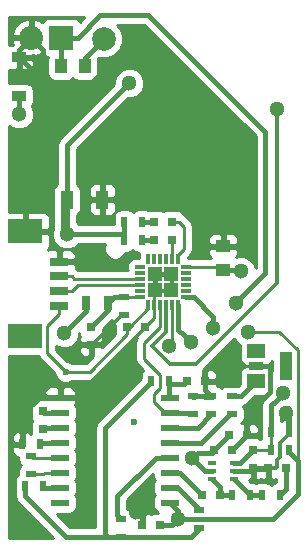
<source format=gbr>
G04 #@! TF.FileFunction,Copper,L2,Bot,Signal*
%FSLAX46Y46*%
G04 Gerber Fmt 4.6, Leading zero omitted, Abs format (unit mm)*
G04 Created by KiCad (PCBNEW (2015-09-15 BZR 6201)-product) date Mittwoch, 11. Mai 2016 'u18' 17:18:36*
%MOMM*%
G01*
G04 APERTURE LIST*
%ADD10C,0.100000*%
%ADD11R,0.750000X0.800000*%
%ADD12R,0.800000X0.750000*%
%ADD13R,1.000000X1.250000*%
%ADD14R,1.250000X1.000000*%
%ADD15R,1.220000X0.910000*%
%ADD16R,0.500000X0.900000*%
%ADD17R,0.900000X0.500000*%
%ADD18R,0.700000X1.300000*%
%ADD19R,1.500000X1.200000*%
%ADD20R,1.100000X2.400000*%
%ADD21R,1.200000X0.800000*%
%ADD22R,0.749300X0.398780*%
%ADD23R,1.500000X0.600000*%
%ADD24R,0.850000X0.300000*%
%ADD25R,0.300000X0.850000*%
%ADD26R,1.300000X1.300000*%
%ADD27R,2.032000X2.032000*%
%ADD28O,2.032000X2.032000*%
%ADD29R,1.600000X0.800000*%
%ADD30R,3.000000X2.100000*%
%ADD31R,0.797560X0.797560*%
%ADD32R,1.000000X1.600000*%
%ADD33C,1.300000*%
%ADD34C,2.000000*%
%ADD35C,0.600000*%
%ADD36C,0.400000*%
%ADD37C,0.300000*%
%ADD38C,0.250000*%
%ADD39C,0.254000*%
G04 APERTURE END LIST*
D10*
D11*
X148336000Y-91464000D03*
X148336000Y-92964000D03*
D12*
X151130000Y-92964000D03*
X149630000Y-92964000D03*
X146316000Y-90170000D03*
X147816000Y-90170000D03*
X146546000Y-91440000D03*
X145046000Y-91440000D03*
X142748000Y-85598000D03*
X144248000Y-85598000D03*
X144042000Y-95250000D03*
X145542000Y-95250000D03*
D13*
X132080000Y-58928000D03*
X134080000Y-58928000D03*
D11*
X130556000Y-89650000D03*
X130556000Y-88150000D03*
D12*
X137692000Y-81026000D03*
X139192000Y-81026000D03*
X140450000Y-97790000D03*
X138950000Y-97790000D03*
D14*
X145796000Y-76184000D03*
X145796000Y-74184000D03*
D15*
X128524000Y-61468000D03*
X128524000Y-58198000D03*
D16*
X130556000Y-94488000D03*
X129056000Y-94488000D03*
D17*
X137160000Y-98794000D03*
X137160000Y-97294000D03*
X143764000Y-98032000D03*
X143764000Y-96532000D03*
D16*
X151384000Y-91440000D03*
X149884000Y-91440000D03*
X149872000Y-89916000D03*
X151372000Y-89916000D03*
X150610000Y-95250000D03*
X149110000Y-95250000D03*
X139712000Y-85598000D03*
X141212000Y-85598000D03*
X146570000Y-95250000D03*
X148070000Y-95250000D03*
X128790000Y-90932000D03*
X130290000Y-90932000D03*
D17*
X144780000Y-88380000D03*
X144780000Y-86880000D03*
X146558000Y-88380000D03*
X146558000Y-86880000D03*
X143256000Y-86868000D03*
X143256000Y-88368000D03*
D18*
X134178000Y-78994000D03*
X136078000Y-78994000D03*
D17*
X137414000Y-78510000D03*
X137414000Y-80010000D03*
D16*
X137414000Y-73660000D03*
X138914000Y-73660000D03*
X137438000Y-72136000D03*
X138938000Y-72136000D03*
D19*
X148590000Y-85598000D03*
X148590000Y-83058000D03*
D20*
X151130000Y-84328000D03*
D21*
X148590000Y-84328000D03*
D22*
X146745960Y-92567760D03*
X146745960Y-93218000D03*
X146745960Y-93868240D03*
X144846040Y-93868240D03*
X144846040Y-93218000D03*
X144846040Y-92567760D03*
D23*
X132002000Y-95885000D03*
X132002000Y-94615000D03*
X132002000Y-93345000D03*
X132002000Y-92075000D03*
X132002000Y-90805000D03*
X132002000Y-89535000D03*
X132002000Y-88265000D03*
X132002000Y-86995000D03*
X141302000Y-86995000D03*
X141302000Y-88265000D03*
X141302000Y-89535000D03*
X141302000Y-90805000D03*
X141302000Y-92075000D03*
X141302000Y-93345000D03*
X141302000Y-94615000D03*
X141302000Y-95885000D03*
D24*
X138766000Y-78466000D03*
X138766000Y-77966000D03*
X138766000Y-77466000D03*
X138766000Y-76966000D03*
X138766000Y-76466000D03*
X138766000Y-75966000D03*
D25*
X139466000Y-75266000D03*
X139966000Y-75266000D03*
X140466000Y-75266000D03*
X140966000Y-75266000D03*
X141466000Y-75266000D03*
X141966000Y-75266000D03*
D24*
X142666000Y-75966000D03*
X142666000Y-76466000D03*
X142666000Y-76966000D03*
X142666000Y-77466000D03*
X142666000Y-77966000D03*
X142666000Y-78466000D03*
D25*
X141966000Y-79166000D03*
X141466000Y-79166000D03*
X140966000Y-79166000D03*
X140466000Y-79166000D03*
X139966000Y-79166000D03*
X139466000Y-79166000D03*
D26*
X141366000Y-76566000D03*
X141366000Y-77866000D03*
X140066000Y-76566000D03*
X140066000Y-77866000D03*
D27*
X132080000Y-56515000D03*
D28*
X129540000Y-56515000D03*
D29*
X131932000Y-79238000D03*
X131932000Y-77988000D03*
X131932000Y-76738000D03*
X131932000Y-75488000D03*
D30*
X129032000Y-81788000D03*
X129032000Y-72938000D03*
D31*
X139954000Y-72136000D03*
X141452600Y-72136000D03*
X139954000Y-73660000D03*
X141452600Y-73660000D03*
D17*
X129540000Y-91972000D03*
X129540000Y-93472000D03*
D32*
X132588000Y-70231000D03*
X135588000Y-70231000D03*
D11*
X134620000Y-81038000D03*
X134620000Y-82538000D03*
D33*
X139193882Y-67992341D03*
X144023271Y-66050086D03*
X138430000Y-96647000D03*
X146177000Y-84201000D03*
X151130000Y-88265000D03*
X147193000Y-69215000D03*
X128270000Y-97028000D03*
X130429000Y-84963000D03*
X128778000Y-88392000D03*
X137847863Y-57086563D03*
X150888269Y-86626802D03*
D34*
X135696725Y-56611311D03*
D33*
X147867074Y-81432959D03*
D35*
X132461000Y-84836000D03*
X138264640Y-89048000D03*
D33*
X143190499Y-92128613D03*
X132588000Y-73152000D03*
X141986000Y-97282000D03*
X137848692Y-60382392D03*
X128524000Y-62992000D03*
X146858742Y-78956366D03*
X132334000Y-81534000D03*
X147293477Y-76317115D03*
X150393651Y-62538607D03*
X144956876Y-81083671D03*
X143051642Y-82308440D03*
X141240266Y-82618962D03*
D36*
X129540000Y-56515000D02*
X130555999Y-57530999D01*
X130555999Y-57530999D02*
X130555999Y-58927999D01*
X128524000Y-58198000D02*
X128524000Y-57531000D01*
X128524000Y-57531000D02*
X129540000Y-56515000D01*
X140113120Y-67992341D02*
X139193882Y-67992341D01*
X142081016Y-67992341D02*
X140113120Y-67992341D01*
X144023271Y-66050086D02*
X142081016Y-67992341D01*
D37*
X149630000Y-92964000D02*
X150280000Y-92964000D01*
X150404999Y-92292001D02*
X150641425Y-92055575D01*
X150641425Y-90846575D02*
X151372000Y-90116000D01*
X150404999Y-92839001D02*
X150404999Y-92292001D01*
X150641425Y-92055575D02*
X150641425Y-90846575D01*
X150280000Y-92964000D02*
X150404999Y-92839001D01*
D38*
X151372000Y-90116000D02*
X151372000Y-89916000D01*
D36*
X138950000Y-97790000D02*
X138950000Y-97167000D01*
X138950000Y-97167000D02*
X138430000Y-96647000D01*
X145288000Y-85598000D02*
X146177000Y-84709000D01*
X146177000Y-84709000D02*
X146177000Y-84201000D01*
X144273000Y-85598000D02*
X145288000Y-85598000D01*
X144248000Y-85598000D02*
X144273000Y-85598000D01*
X151372000Y-89916000D02*
X151372000Y-88507000D01*
X151372000Y-88507000D02*
X151130000Y-88265000D01*
X149740001Y-84478001D02*
X149740001Y-86518001D01*
X147816000Y-89395000D02*
X147816000Y-90170000D01*
X148590000Y-84328000D02*
X149590000Y-84328000D01*
X149590000Y-84328000D02*
X149740001Y-84478001D01*
X149740001Y-86518001D02*
X147816000Y-88442002D01*
X147816000Y-88442002D02*
X147816000Y-89395000D01*
X144248000Y-85598000D02*
X144248000Y-86348000D01*
X144248000Y-86348000D02*
X144780000Y-86880000D01*
D38*
X133002000Y-86995000D02*
X132002000Y-86995000D01*
X139167000Y-81026000D02*
X133198000Y-86995000D01*
X133198000Y-86995000D02*
X133002000Y-86995000D01*
X139192000Y-81026000D02*
X139167000Y-81026000D01*
D36*
X146745960Y-93218000D02*
X148082000Y-93218000D01*
X148082000Y-93218000D02*
X148336000Y-92964000D01*
D38*
X137414000Y-80010000D02*
X137123000Y-80010000D01*
X134620000Y-82513000D02*
X134620000Y-82538000D01*
X137123000Y-80010000D02*
X134620000Y-82513000D01*
X139966000Y-79166000D02*
X139966000Y-80252000D01*
X139966000Y-80252000D02*
X139192000Y-81026000D01*
X139966000Y-79166000D02*
X139966000Y-77966000D01*
X139966000Y-77966000D02*
X140066000Y-77866000D01*
D36*
X147193000Y-69215000D02*
X147193000Y-66548000D01*
X147193000Y-66548000D02*
X146939000Y-66294000D01*
X128778000Y-88392000D02*
X127786013Y-89383987D01*
X127786013Y-89383987D02*
X127786013Y-96544013D01*
X127786013Y-96544013D02*
X128270000Y-97028000D01*
X128778000Y-88392000D02*
X130429000Y-86741000D01*
X130429000Y-86741000D02*
X130429000Y-84963000D01*
X146546000Y-91440000D02*
X147816000Y-90170000D01*
X128524000Y-58198000D02*
X131005943Y-60679943D01*
X131005943Y-60679943D02*
X134254483Y-60679943D01*
X134254483Y-60679943D02*
X137397864Y-57536562D01*
X137397864Y-57536562D02*
X137847863Y-57086563D01*
X149872000Y-89916000D02*
X149872000Y-87643071D01*
X150238270Y-87276801D02*
X150888269Y-86626802D01*
X149872000Y-87643071D02*
X150238270Y-87276801D01*
D38*
X148336000Y-91464000D02*
X149860000Y-91464000D01*
X149860000Y-91464000D02*
X149884000Y-91440000D01*
X149884000Y-91440000D02*
X149884000Y-89928000D01*
X149884000Y-89928000D02*
X149872000Y-89916000D01*
D36*
X146745960Y-92567760D02*
X147208240Y-92567760D01*
X147208240Y-92567760D02*
X148336000Y-91440000D01*
D38*
X148336000Y-91440000D02*
X148193760Y-91297760D01*
D36*
X134080000Y-58928000D02*
X134080000Y-58228036D01*
X134080000Y-58228036D02*
X135696725Y-56611311D01*
X151130000Y-92964000D02*
X151130000Y-94730000D01*
X151130000Y-94730000D02*
X150610000Y-95250000D01*
D38*
X150717963Y-95089795D02*
X150603857Y-95203901D01*
D36*
X132207000Y-71120000D02*
X132207000Y-72771000D01*
X132207000Y-72771000D02*
X132588000Y-73152000D01*
X132588000Y-70739000D02*
X132207000Y-71120000D01*
X132588000Y-70231000D02*
X132588000Y-70739000D01*
D38*
X148786312Y-81432959D02*
X147867074Y-81432959D01*
X150569961Y-81432959D02*
X148786312Y-81432959D01*
X152146000Y-83008998D02*
X150569961Y-81432959D01*
X152146000Y-92402000D02*
X152146000Y-83008998D01*
X131976927Y-84351927D02*
X130882000Y-83257000D01*
X131976927Y-84351927D02*
X132461000Y-84836000D01*
X134507000Y-84836000D02*
X132461000Y-84836000D01*
X130882000Y-83257000D02*
X130882000Y-80938000D01*
X130882000Y-80938000D02*
X131932000Y-79888000D01*
X131932000Y-79888000D02*
X131932000Y-79238000D01*
X137692000Y-81026000D02*
X137692000Y-81651000D01*
X137692000Y-81651000D02*
X134507000Y-84836000D01*
X139466000Y-79166000D02*
X139466000Y-79441000D01*
X139466000Y-79441000D02*
X137881000Y-81026000D01*
X137881000Y-81026000D02*
X137692000Y-81026000D01*
D36*
X152146000Y-95134002D02*
X152146000Y-92402000D01*
X152146000Y-92402000D02*
X151384000Y-91640000D01*
X151384000Y-91640000D02*
X151384000Y-91440000D01*
X141986000Y-97282000D02*
X149998002Y-97282000D01*
X149998002Y-97282000D02*
X152146000Y-95134002D01*
X140450000Y-97790000D02*
X141478000Y-97790000D01*
X141478000Y-97790000D02*
X141986000Y-97282000D01*
X145046000Y-91440000D02*
X146316000Y-90170000D01*
X143190499Y-92128613D02*
X143665175Y-91653937D01*
X143665175Y-91653937D02*
X144832063Y-91653937D01*
X144832063Y-91653937D02*
X145046000Y-91440000D01*
X144846040Y-93218000D02*
X144279886Y-93218000D01*
X144279886Y-93218000D02*
X143190499Y-92128613D01*
X132588000Y-73152000D02*
X132588000Y-65643084D01*
X132588000Y-65643084D02*
X137398693Y-60832391D01*
X137398693Y-60832391D02*
X137848692Y-60382392D01*
X137252930Y-73152000D02*
X132588000Y-73152000D01*
X137438000Y-72966930D02*
X137252930Y-73152000D01*
X137438000Y-72966930D02*
X137438000Y-73636000D01*
X137438000Y-72136000D02*
X137438000Y-72966930D01*
X137438000Y-73636000D02*
X137414000Y-73660000D01*
X141986000Y-97282000D02*
X141986000Y-96569000D01*
X141986000Y-96569000D02*
X141302000Y-95885000D01*
X141224000Y-85828000D02*
X142518000Y-85828000D01*
X142518000Y-85828000D02*
X142748000Y-85598000D01*
X141224000Y-85828000D02*
X141224000Y-86917000D01*
X141224000Y-86917000D02*
X141302000Y-86995000D01*
X128524000Y-62992000D02*
X128524000Y-61468000D01*
X141302000Y-93345000D02*
X142124935Y-93345000D01*
X142124935Y-93345000D02*
X144013158Y-95233223D01*
X145542000Y-95250000D02*
X146570000Y-95250000D01*
X145542000Y-95250000D02*
X145542000Y-94564200D01*
X145542000Y-94564200D02*
X144846040Y-93868240D01*
X149386001Y-76429107D02*
X147508741Y-78306367D01*
X139446000Y-54610000D02*
X149386001Y-64550001D01*
X135401000Y-54610000D02*
X139446000Y-54610000D01*
X133496000Y-56515000D02*
X135401000Y-54610000D01*
X132080000Y-56515000D02*
X133496000Y-56515000D01*
X147508741Y-78306367D02*
X146858742Y-78956366D01*
X149386001Y-64550001D02*
X149386001Y-76429107D01*
X134178000Y-79690000D02*
X132334000Y-81534000D01*
X134178000Y-78994000D02*
X134178000Y-79690000D01*
X132080000Y-56515000D02*
X132080000Y-58928000D01*
X132002000Y-89535000D02*
X130671000Y-89535000D01*
D38*
X130671000Y-89535000D02*
X130556000Y-89650000D01*
D36*
X132002000Y-88265000D02*
X130671000Y-88265000D01*
D38*
X130671000Y-88265000D02*
X130556000Y-88150000D01*
D36*
X147160362Y-76184000D02*
X147293477Y-76317115D01*
X145796000Y-76184000D02*
X147160362Y-76184000D01*
D38*
X142666000Y-75966000D02*
X145578000Y-75966000D01*
X145578000Y-75966000D02*
X145796000Y-76184000D01*
D36*
X132002000Y-94615000D02*
X130683000Y-94615000D01*
D38*
X130683000Y-94615000D02*
X130556000Y-94488000D01*
D36*
X135787857Y-98586613D02*
X135995244Y-98794000D01*
X135995244Y-98794000D02*
X137160000Y-98794000D01*
X138237656Y-98794000D02*
X137160000Y-98794000D01*
X135922623Y-98721379D02*
X135787857Y-98586613D01*
X135787857Y-89564143D02*
X139599743Y-85752257D01*
X135787857Y-98586613D02*
X135787857Y-89564143D01*
X139599743Y-85752257D02*
X139678908Y-85752257D01*
X139700000Y-98794000D02*
X143072056Y-98794000D01*
X143072056Y-98794000D02*
X143757860Y-98108196D01*
X138237656Y-98794000D02*
X132512000Y-98794000D01*
X139700000Y-98794000D02*
X138237656Y-98794000D01*
X132512000Y-98794000D02*
X129056000Y-95338000D01*
X129056000Y-95338000D02*
X129056000Y-94488000D01*
X141302000Y-92075000D02*
X140081000Y-92075000D01*
X140081000Y-92075000D02*
X136816274Y-95339726D01*
X136816274Y-95339726D02*
X136816274Y-96958998D01*
X136816274Y-96958998D02*
X137170617Y-97313341D01*
X143790906Y-96422841D02*
X141983065Y-94615000D01*
X141983065Y-94615000D02*
X141302000Y-94615000D01*
D37*
X140966000Y-79166000D02*
X140966000Y-81418762D01*
X140966000Y-81418762D02*
X139765291Y-82619471D01*
X139765291Y-82619471D02*
X141303817Y-84157997D01*
X141303817Y-84157997D02*
X143523001Y-84157997D01*
X143523001Y-84157997D02*
X150393651Y-77287347D01*
X150393651Y-77287347D02*
X150393651Y-62538607D01*
D36*
X146745960Y-93868240D02*
X146745960Y-93925960D01*
X146745960Y-93925960D02*
X148070000Y-95250000D01*
X148070000Y-95250000D02*
X149110000Y-95250000D01*
X132002000Y-90805000D02*
X130417000Y-90805000D01*
X130417000Y-90805000D02*
X130290000Y-90932000D01*
X141302000Y-89535000D02*
X143654730Y-89535000D01*
X143654730Y-89535000D02*
X144780000Y-88409730D01*
X144780000Y-88409730D02*
X144780000Y-88380000D01*
X141302000Y-90805000D02*
X143933000Y-90805000D01*
X143933000Y-90805000D02*
X146358000Y-88380000D01*
X146358000Y-88380000D02*
X146558000Y-88380000D01*
X146558000Y-86880000D02*
X147308000Y-86880000D01*
X147308000Y-86880000D02*
X148590000Y-85598000D01*
D38*
X140466000Y-79166000D02*
X140466000Y-81006128D01*
X140466000Y-81006128D02*
X139115917Y-82356211D01*
X139115917Y-82356211D02*
X139115917Y-83716915D01*
X139115917Y-83716915D02*
X140466860Y-85067858D01*
X140466860Y-85067858D02*
X140466860Y-86195138D01*
X140466860Y-86195138D02*
X139979222Y-86682776D01*
X139979222Y-86682776D02*
X139979222Y-87392222D01*
X139979222Y-87392222D02*
X140852000Y-88265000D01*
X140852000Y-88265000D02*
X141302000Y-88265000D01*
D36*
X141302000Y-88265000D02*
X143153000Y-88265000D01*
X143153000Y-88265000D02*
X143256000Y-88368000D01*
X144956876Y-80164433D02*
X144956876Y-81083671D01*
X143308444Y-78516001D02*
X144956876Y-80164433D01*
X142666000Y-78516001D02*
X143308444Y-78516001D01*
X136078000Y-78994000D02*
X136078000Y-79580000D01*
X136078000Y-79580000D02*
X134620000Y-81038000D01*
X137414000Y-78510000D02*
X136562000Y-78510000D01*
X136562000Y-78510000D02*
X136078000Y-78994000D01*
D38*
X138766000Y-78466000D02*
X137458000Y-78466000D01*
X137458000Y-78466000D02*
X137414000Y-78510000D01*
D36*
X139954000Y-73660000D02*
X138914000Y-73660000D01*
X138938000Y-72136000D02*
X139954000Y-72136000D01*
D38*
X130683000Y-93345000D02*
X130556000Y-93472000D01*
X130556000Y-93472000D02*
X129540000Y-93472000D01*
X132002000Y-93345000D02*
X130683000Y-93345000D01*
X131932000Y-77988000D02*
X132982000Y-77988000D01*
X132982000Y-77988000D02*
X133504000Y-77466000D01*
X133504000Y-77466000D02*
X138091000Y-77466000D01*
X138091000Y-77466000D02*
X138766000Y-77466000D01*
X131932000Y-76738000D02*
X132982000Y-76738000D01*
X133210000Y-76966000D02*
X138091000Y-76966000D01*
X132982000Y-76738000D02*
X133210000Y-76966000D01*
X138091000Y-76966000D02*
X138766000Y-76966000D01*
X141466000Y-75266000D02*
X141466000Y-73673400D01*
X141466000Y-73673400D02*
X141452600Y-73660000D01*
X142494000Y-74422000D02*
X142494000Y-72528620D01*
X142494000Y-72528620D02*
X142101380Y-72136000D01*
X142101380Y-72136000D02*
X141452600Y-72136000D01*
X141966000Y-74950000D02*
X142494000Y-74422000D01*
X141966000Y-75266000D02*
X141966000Y-74950000D01*
X141966000Y-75266000D02*
X141966000Y-74991000D01*
D36*
X142401643Y-81658441D02*
X143051642Y-82308440D01*
X142016001Y-79166000D02*
X142016001Y-81272799D01*
X142016001Y-81272799D02*
X142401643Y-81658441D01*
D38*
X141466000Y-82393228D02*
X141240266Y-82618962D01*
X141466000Y-79166000D02*
X141466000Y-82393228D01*
X132002000Y-92075000D02*
X129643000Y-92075000D01*
X129643000Y-92075000D02*
X129540000Y-91972000D01*
D39*
G36*
X138432302Y-81939327D02*
X138483750Y-81960638D01*
X138413769Y-82065372D01*
X138355917Y-82356211D01*
X138355917Y-83716915D01*
X138413769Y-84007754D01*
X138578516Y-84254316D01*
X139009565Y-84685365D01*
X138865569Y-84896110D01*
X138814560Y-85148000D01*
X138814560Y-85356572D01*
X135197423Y-88973709D01*
X135016418Y-89244602D01*
X134952857Y-89564143D01*
X134952857Y-97959000D01*
X132857868Y-97959000D01*
X131731308Y-96832440D01*
X132752000Y-96832440D01*
X132987317Y-96788162D01*
X133203441Y-96649090D01*
X133348431Y-96436890D01*
X133399440Y-96185000D01*
X133399440Y-95585000D01*
X133355162Y-95349683D01*
X133291322Y-95250472D01*
X133348431Y-95166890D01*
X133399440Y-94915000D01*
X133399440Y-94315000D01*
X133355162Y-94079683D01*
X133291322Y-93980472D01*
X133348431Y-93896890D01*
X133399440Y-93645000D01*
X133399440Y-93045000D01*
X133355162Y-92809683D01*
X133291322Y-92710472D01*
X133348431Y-92626890D01*
X133399440Y-92375000D01*
X133399440Y-91775000D01*
X133355162Y-91539683D01*
X133291322Y-91440472D01*
X133348431Y-91356890D01*
X133399440Y-91105000D01*
X133399440Y-90505000D01*
X133355162Y-90269683D01*
X133291322Y-90170472D01*
X133348431Y-90086890D01*
X133399440Y-89835000D01*
X133399440Y-89235000D01*
X133355162Y-88999683D01*
X133291322Y-88900472D01*
X133348431Y-88816890D01*
X133399440Y-88565000D01*
X133399440Y-87965000D01*
X133355162Y-87729683D01*
X133296822Y-87639020D01*
X133387000Y-87421310D01*
X133387000Y-87280750D01*
X133228250Y-87122000D01*
X132129000Y-87122000D01*
X132129000Y-87142000D01*
X131875000Y-87142000D01*
X131875000Y-87122000D01*
X131026998Y-87122000D01*
X130931000Y-87102560D01*
X130181000Y-87102560D01*
X129945683Y-87146838D01*
X129729559Y-87285910D01*
X129584569Y-87498110D01*
X129533560Y-87750000D01*
X129533560Y-88550000D01*
X129577838Y-88785317D01*
X129651620Y-88899978D01*
X129584569Y-88998110D01*
X129533560Y-89250000D01*
X129533560Y-90050000D01*
X129539942Y-90083916D01*
X129399698Y-89943673D01*
X129166309Y-89847000D01*
X129073750Y-89847000D01*
X128915000Y-90005750D01*
X128915000Y-90805000D01*
X128937000Y-90805000D01*
X128937000Y-91059000D01*
X128915000Y-91059000D01*
X128915000Y-91079000D01*
X128665000Y-91079000D01*
X128665000Y-91059000D01*
X128063750Y-91059000D01*
X127905000Y-91217750D01*
X127905000Y-91508310D01*
X128001673Y-91741699D01*
X128180302Y-91920327D01*
X128413691Y-92017000D01*
X128442560Y-92017000D01*
X128442560Y-92222000D01*
X128486838Y-92457317D01*
X128625910Y-92673441D01*
X128695711Y-92721134D01*
X128638559Y-92757910D01*
X128493569Y-92970110D01*
X128442560Y-93222000D01*
X128442560Y-93517283D01*
X128354559Y-93573910D01*
X128209569Y-93786110D01*
X128158560Y-94038000D01*
X128158560Y-94938000D01*
X128202838Y-95173317D01*
X128221000Y-95201542D01*
X128221000Y-95338000D01*
X128284561Y-95657541D01*
X128436544Y-95885000D01*
X128465566Y-95928434D01*
X131420132Y-98883000D01*
X127685000Y-98883000D01*
X127685000Y-90355690D01*
X127905000Y-90355690D01*
X127905000Y-90646250D01*
X128063750Y-90805000D01*
X128665000Y-90805000D01*
X128665000Y-90005750D01*
X128506250Y-89847000D01*
X128413691Y-89847000D01*
X128180302Y-89943673D01*
X128001673Y-90122301D01*
X127905000Y-90355690D01*
X127685000Y-90355690D01*
X127685000Y-86568690D01*
X130617000Y-86568690D01*
X130617000Y-86709250D01*
X130775750Y-86868000D01*
X131875000Y-86868000D01*
X131875000Y-86218750D01*
X132129000Y-86218750D01*
X132129000Y-86868000D01*
X133228250Y-86868000D01*
X133387000Y-86709250D01*
X133387000Y-86568690D01*
X133290327Y-86335301D01*
X133111698Y-86156673D01*
X132878309Y-86060000D01*
X132287750Y-86060000D01*
X132129000Y-86218750D01*
X131875000Y-86218750D01*
X131716250Y-86060000D01*
X131125691Y-86060000D01*
X130892302Y-86156673D01*
X130713673Y-86335301D01*
X130617000Y-86568690D01*
X127685000Y-86568690D01*
X127685000Y-83485440D01*
X130167440Y-83485440D01*
X130179852Y-83547839D01*
X130344599Y-83794401D01*
X131525878Y-84975680D01*
X131525838Y-85021167D01*
X131667883Y-85364943D01*
X131930673Y-85628192D01*
X132274201Y-85770838D01*
X132646167Y-85771162D01*
X132989943Y-85629117D01*
X133023118Y-85596000D01*
X134507000Y-85596000D01*
X134797839Y-85538148D01*
X135044401Y-85373401D01*
X138229401Y-82188401D01*
X138371505Y-81975728D01*
X138430646Y-81937671D01*
X138432302Y-81939327D01*
X138432302Y-81939327D01*
G37*
X138432302Y-81939327D02*
X138483750Y-81960638D01*
X138413769Y-82065372D01*
X138355917Y-82356211D01*
X138355917Y-83716915D01*
X138413769Y-84007754D01*
X138578516Y-84254316D01*
X139009565Y-84685365D01*
X138865569Y-84896110D01*
X138814560Y-85148000D01*
X138814560Y-85356572D01*
X135197423Y-88973709D01*
X135016418Y-89244602D01*
X134952857Y-89564143D01*
X134952857Y-97959000D01*
X132857868Y-97959000D01*
X131731308Y-96832440D01*
X132752000Y-96832440D01*
X132987317Y-96788162D01*
X133203441Y-96649090D01*
X133348431Y-96436890D01*
X133399440Y-96185000D01*
X133399440Y-95585000D01*
X133355162Y-95349683D01*
X133291322Y-95250472D01*
X133348431Y-95166890D01*
X133399440Y-94915000D01*
X133399440Y-94315000D01*
X133355162Y-94079683D01*
X133291322Y-93980472D01*
X133348431Y-93896890D01*
X133399440Y-93645000D01*
X133399440Y-93045000D01*
X133355162Y-92809683D01*
X133291322Y-92710472D01*
X133348431Y-92626890D01*
X133399440Y-92375000D01*
X133399440Y-91775000D01*
X133355162Y-91539683D01*
X133291322Y-91440472D01*
X133348431Y-91356890D01*
X133399440Y-91105000D01*
X133399440Y-90505000D01*
X133355162Y-90269683D01*
X133291322Y-90170472D01*
X133348431Y-90086890D01*
X133399440Y-89835000D01*
X133399440Y-89235000D01*
X133355162Y-88999683D01*
X133291322Y-88900472D01*
X133348431Y-88816890D01*
X133399440Y-88565000D01*
X133399440Y-87965000D01*
X133355162Y-87729683D01*
X133296822Y-87639020D01*
X133387000Y-87421310D01*
X133387000Y-87280750D01*
X133228250Y-87122000D01*
X132129000Y-87122000D01*
X132129000Y-87142000D01*
X131875000Y-87142000D01*
X131875000Y-87122000D01*
X131026998Y-87122000D01*
X130931000Y-87102560D01*
X130181000Y-87102560D01*
X129945683Y-87146838D01*
X129729559Y-87285910D01*
X129584569Y-87498110D01*
X129533560Y-87750000D01*
X129533560Y-88550000D01*
X129577838Y-88785317D01*
X129651620Y-88899978D01*
X129584569Y-88998110D01*
X129533560Y-89250000D01*
X129533560Y-90050000D01*
X129539942Y-90083916D01*
X129399698Y-89943673D01*
X129166309Y-89847000D01*
X129073750Y-89847000D01*
X128915000Y-90005750D01*
X128915000Y-90805000D01*
X128937000Y-90805000D01*
X128937000Y-91059000D01*
X128915000Y-91059000D01*
X128915000Y-91079000D01*
X128665000Y-91079000D01*
X128665000Y-91059000D01*
X128063750Y-91059000D01*
X127905000Y-91217750D01*
X127905000Y-91508310D01*
X128001673Y-91741699D01*
X128180302Y-91920327D01*
X128413691Y-92017000D01*
X128442560Y-92017000D01*
X128442560Y-92222000D01*
X128486838Y-92457317D01*
X128625910Y-92673441D01*
X128695711Y-92721134D01*
X128638559Y-92757910D01*
X128493569Y-92970110D01*
X128442560Y-93222000D01*
X128442560Y-93517283D01*
X128354559Y-93573910D01*
X128209569Y-93786110D01*
X128158560Y-94038000D01*
X128158560Y-94938000D01*
X128202838Y-95173317D01*
X128221000Y-95201542D01*
X128221000Y-95338000D01*
X128284561Y-95657541D01*
X128436544Y-95885000D01*
X128465566Y-95928434D01*
X131420132Y-98883000D01*
X127685000Y-98883000D01*
X127685000Y-90355690D01*
X127905000Y-90355690D01*
X127905000Y-90646250D01*
X128063750Y-90805000D01*
X128665000Y-90805000D01*
X128665000Y-90005750D01*
X128506250Y-89847000D01*
X128413691Y-89847000D01*
X128180302Y-89943673D01*
X128001673Y-90122301D01*
X127905000Y-90355690D01*
X127685000Y-90355690D01*
X127685000Y-86568690D01*
X130617000Y-86568690D01*
X130617000Y-86709250D01*
X130775750Y-86868000D01*
X131875000Y-86868000D01*
X131875000Y-86218750D01*
X132129000Y-86218750D01*
X132129000Y-86868000D01*
X133228250Y-86868000D01*
X133387000Y-86709250D01*
X133387000Y-86568690D01*
X133290327Y-86335301D01*
X133111698Y-86156673D01*
X132878309Y-86060000D01*
X132287750Y-86060000D01*
X132129000Y-86218750D01*
X131875000Y-86218750D01*
X131716250Y-86060000D01*
X131125691Y-86060000D01*
X130892302Y-86156673D01*
X130713673Y-86335301D01*
X130617000Y-86568690D01*
X127685000Y-86568690D01*
X127685000Y-83485440D01*
X130167440Y-83485440D01*
X130179852Y-83547839D01*
X130344599Y-83794401D01*
X131525878Y-84975680D01*
X131525838Y-85021167D01*
X131667883Y-85364943D01*
X131930673Y-85628192D01*
X132274201Y-85770838D01*
X132646167Y-85771162D01*
X132989943Y-85629117D01*
X133023118Y-85596000D01*
X134507000Y-85596000D01*
X134797839Y-85538148D01*
X135044401Y-85373401D01*
X138229401Y-82188401D01*
X138371505Y-81975728D01*
X138430646Y-81937671D01*
X138432302Y-81939327D01*
G36*
X139904560Y-93645000D02*
X139948838Y-93880317D01*
X140012678Y-93979528D01*
X139955569Y-94063110D01*
X139904560Y-94315000D01*
X139904560Y-94915000D01*
X139948838Y-95150317D01*
X140012678Y-95249528D01*
X139955569Y-95333110D01*
X139904560Y-95585000D01*
X139904560Y-96185000D01*
X139948838Y-96420317D01*
X140087910Y-96636441D01*
X140279809Y-96767560D01*
X140050000Y-96767560D01*
X139814683Y-96811838D01*
X139711354Y-96878329D01*
X139709698Y-96876673D01*
X139476309Y-96780000D01*
X139235750Y-96780000D01*
X139077000Y-96938750D01*
X139077000Y-97663000D01*
X139097000Y-97663000D01*
X139097000Y-97917000D01*
X139077000Y-97917000D01*
X139077000Y-97937000D01*
X138823000Y-97937000D01*
X138823000Y-97917000D01*
X138803000Y-97917000D01*
X138803000Y-97663000D01*
X138823000Y-97663000D01*
X138823000Y-96938750D01*
X138664250Y-96780000D01*
X138423691Y-96780000D01*
X138223377Y-96862973D01*
X138213162Y-96808683D01*
X138074090Y-96592559D01*
X137861890Y-96447569D01*
X137651274Y-96404918D01*
X137651274Y-95685594D01*
X139904560Y-93432308D01*
X139904560Y-93645000D01*
X139904560Y-93645000D01*
G37*
X139904560Y-93645000D02*
X139948838Y-93880317D01*
X140012678Y-93979528D01*
X139955569Y-94063110D01*
X139904560Y-94315000D01*
X139904560Y-94915000D01*
X139948838Y-95150317D01*
X140012678Y-95249528D01*
X139955569Y-95333110D01*
X139904560Y-95585000D01*
X139904560Y-96185000D01*
X139948838Y-96420317D01*
X140087910Y-96636441D01*
X140279809Y-96767560D01*
X140050000Y-96767560D01*
X139814683Y-96811838D01*
X139711354Y-96878329D01*
X139709698Y-96876673D01*
X139476309Y-96780000D01*
X139235750Y-96780000D01*
X139077000Y-96938750D01*
X139077000Y-97663000D01*
X139097000Y-97663000D01*
X139097000Y-97917000D01*
X139077000Y-97917000D01*
X139077000Y-97937000D01*
X138823000Y-97937000D01*
X138823000Y-97917000D01*
X138803000Y-97917000D01*
X138803000Y-97663000D01*
X138823000Y-97663000D01*
X138823000Y-96938750D01*
X138664250Y-96780000D01*
X138423691Y-96780000D01*
X138223377Y-96862973D01*
X138213162Y-96808683D01*
X138074090Y-96592559D01*
X137861890Y-96447569D01*
X137651274Y-96404918D01*
X137651274Y-95685594D01*
X139904560Y-93432308D01*
X139904560Y-93645000D01*
G36*
X148463000Y-92837000D02*
X149503000Y-92837000D01*
X149503000Y-92817000D01*
X149757000Y-92817000D01*
X149757000Y-92837000D01*
X149777000Y-92837000D01*
X149777000Y-93091000D01*
X149757000Y-93091000D01*
X149757000Y-93815250D01*
X149915750Y-93974000D01*
X150156309Y-93974000D01*
X150295000Y-93916552D01*
X150295000Y-94164791D01*
X150124683Y-94196838D01*
X149908559Y-94335910D01*
X149860866Y-94405711D01*
X149824090Y-94348559D01*
X149611890Y-94203569D01*
X149360000Y-94152560D01*
X148860000Y-94152560D01*
X148624683Y-94196838D01*
X148592422Y-94217598D01*
X148571890Y-94203569D01*
X148320000Y-94152560D01*
X148153428Y-94152560D01*
X147999868Y-93999000D01*
X148050250Y-93999000D01*
X148209000Y-93840250D01*
X148209000Y-93091000D01*
X148463000Y-93091000D01*
X148463000Y-93840250D01*
X148621750Y-93999000D01*
X148837310Y-93999000D01*
X149000678Y-93931331D01*
X149103691Y-93974000D01*
X149344250Y-93974000D01*
X149503000Y-93815250D01*
X149503000Y-93091000D01*
X148463000Y-93091000D01*
X148209000Y-93091000D01*
X148189000Y-93091000D01*
X148189000Y-92837000D01*
X148209000Y-92837000D01*
X148209000Y-92817000D01*
X148463000Y-92817000D01*
X148463000Y-92837000D01*
X148463000Y-92837000D01*
G37*
X148463000Y-92837000D02*
X149503000Y-92837000D01*
X149503000Y-92817000D01*
X149757000Y-92817000D01*
X149757000Y-92837000D01*
X149777000Y-92837000D01*
X149777000Y-93091000D01*
X149757000Y-93091000D01*
X149757000Y-93815250D01*
X149915750Y-93974000D01*
X150156309Y-93974000D01*
X150295000Y-93916552D01*
X150295000Y-94164791D01*
X150124683Y-94196838D01*
X149908559Y-94335910D01*
X149860866Y-94405711D01*
X149824090Y-94348559D01*
X149611890Y-94203569D01*
X149360000Y-94152560D01*
X148860000Y-94152560D01*
X148624683Y-94196838D01*
X148592422Y-94217598D01*
X148571890Y-94203569D01*
X148320000Y-94152560D01*
X148153428Y-94152560D01*
X147999868Y-93999000D01*
X148050250Y-93999000D01*
X148209000Y-93840250D01*
X148209000Y-93091000D01*
X148463000Y-93091000D01*
X148463000Y-93840250D01*
X148621750Y-93999000D01*
X148837310Y-93999000D01*
X149000678Y-93931331D01*
X149103691Y-93974000D01*
X149344250Y-93974000D01*
X149503000Y-93815250D01*
X149503000Y-93091000D01*
X148463000Y-93091000D01*
X148209000Y-93091000D01*
X148189000Y-93091000D01*
X148189000Y-92837000D01*
X148209000Y-92837000D01*
X148209000Y-92817000D01*
X148463000Y-92817000D01*
X148463000Y-92837000D01*
G36*
X146673000Y-91313000D02*
X146693000Y-91313000D01*
X146693000Y-91567000D01*
X146673000Y-91567000D01*
X146673000Y-91587000D01*
X146419000Y-91587000D01*
X146419000Y-91567000D01*
X146399000Y-91567000D01*
X146399000Y-91313000D01*
X146419000Y-91313000D01*
X146419000Y-91293000D01*
X146673000Y-91293000D01*
X146673000Y-91313000D01*
X146673000Y-91313000D01*
G37*
X146673000Y-91313000D02*
X146693000Y-91313000D01*
X146693000Y-91567000D01*
X146673000Y-91567000D01*
X146673000Y-91587000D01*
X146419000Y-91587000D01*
X146419000Y-91567000D01*
X146399000Y-91567000D01*
X146399000Y-91313000D01*
X146419000Y-91313000D01*
X146419000Y-91293000D01*
X146673000Y-91293000D01*
X146673000Y-91313000D01*
G36*
X149281566Y-87052637D02*
X149100561Y-87323530D01*
X149037000Y-87643071D01*
X149037000Y-89197380D01*
X149025569Y-89214110D01*
X148974560Y-89466000D01*
X148974560Y-90366000D01*
X148998213Y-90491704D01*
X148962890Y-90467569D01*
X148837408Y-90442158D01*
X148692250Y-90297000D01*
X147943000Y-90297000D01*
X147943000Y-90317000D01*
X147689000Y-90317000D01*
X147689000Y-90297000D01*
X147669000Y-90297000D01*
X147669000Y-90043000D01*
X147689000Y-90043000D01*
X147689000Y-89318750D01*
X147943000Y-89318750D01*
X147943000Y-90043000D01*
X148692250Y-90043000D01*
X148851000Y-89884250D01*
X148851000Y-89668690D01*
X148754327Y-89435301D01*
X148575698Y-89256673D01*
X148342309Y-89160000D01*
X148101750Y-89160000D01*
X147943000Y-89318750D01*
X147689000Y-89318750D01*
X147530250Y-89160000D01*
X147357014Y-89160000D01*
X147459441Y-89094090D01*
X147604431Y-88881890D01*
X147655440Y-88630000D01*
X147655440Y-88130000D01*
X147611162Y-87894683D01*
X147474259Y-87681929D01*
X147627541Y-87651439D01*
X147898434Y-87470434D01*
X148523428Y-86845440D01*
X149340000Y-86845440D01*
X149523242Y-86810961D01*
X149281566Y-87052637D01*
X149281566Y-87052637D01*
G37*
X149281566Y-87052637D02*
X149100561Y-87323530D01*
X149037000Y-87643071D01*
X149037000Y-89197380D01*
X149025569Y-89214110D01*
X148974560Y-89466000D01*
X148974560Y-90366000D01*
X148998213Y-90491704D01*
X148962890Y-90467569D01*
X148837408Y-90442158D01*
X148692250Y-90297000D01*
X147943000Y-90297000D01*
X147943000Y-90317000D01*
X147689000Y-90317000D01*
X147689000Y-90297000D01*
X147669000Y-90297000D01*
X147669000Y-90043000D01*
X147689000Y-90043000D01*
X147689000Y-89318750D01*
X147943000Y-89318750D01*
X147943000Y-90043000D01*
X148692250Y-90043000D01*
X148851000Y-89884250D01*
X148851000Y-89668690D01*
X148754327Y-89435301D01*
X148575698Y-89256673D01*
X148342309Y-89160000D01*
X148101750Y-89160000D01*
X147943000Y-89318750D01*
X147689000Y-89318750D01*
X147530250Y-89160000D01*
X147357014Y-89160000D01*
X147459441Y-89094090D01*
X147604431Y-88881890D01*
X147655440Y-88630000D01*
X147655440Y-88130000D01*
X147611162Y-87894683D01*
X147474259Y-87681929D01*
X147627541Y-87651439D01*
X147898434Y-87470434D01*
X148523428Y-86845440D01*
X149340000Y-86845440D01*
X149523242Y-86810961D01*
X149281566Y-87052637D01*
G36*
X151386000Y-90063000D02*
X151247000Y-90063000D01*
X151247000Y-90043000D01*
X151225000Y-90043000D01*
X151225000Y-89789000D01*
X151247000Y-89789000D01*
X151247000Y-88989750D01*
X151088250Y-88831000D01*
X150995691Y-88831000D01*
X150762302Y-88927673D01*
X150707000Y-88982975D01*
X150707000Y-87988939D01*
X150784227Y-87911712D01*
X151142750Y-87912025D01*
X151386000Y-87811516D01*
X151386000Y-90063000D01*
X151386000Y-90063000D01*
G37*
X151386000Y-90063000D02*
X151247000Y-90063000D01*
X151247000Y-90043000D01*
X151225000Y-90043000D01*
X151225000Y-89789000D01*
X151247000Y-89789000D01*
X151247000Y-88989750D01*
X151088250Y-88831000D01*
X150995691Y-88831000D01*
X150762302Y-88927673D01*
X150707000Y-88982975D01*
X150707000Y-87988939D01*
X150784227Y-87911712D01*
X151142750Y-87912025D01*
X151386000Y-87811516D01*
X151386000Y-90063000D01*
G36*
X143383000Y-86743000D02*
X143841750Y-86743000D01*
X143853750Y-86755000D01*
X144653000Y-86755000D01*
X144653000Y-86733000D01*
X144907000Y-86733000D01*
X144907000Y-86755000D01*
X144927000Y-86755000D01*
X144927000Y-87005000D01*
X144907000Y-87005000D01*
X144907000Y-87027000D01*
X144653000Y-87027000D01*
X144653000Y-87005000D01*
X144194250Y-87005000D01*
X144182250Y-86993000D01*
X143383000Y-86993000D01*
X143383000Y-87015000D01*
X143129000Y-87015000D01*
X143129000Y-86993000D01*
X143109000Y-86993000D01*
X143109000Y-86743000D01*
X143129000Y-86743000D01*
X143129000Y-86721000D01*
X143383000Y-86721000D01*
X143383000Y-86743000D01*
X143383000Y-86743000D01*
G37*
X143383000Y-86743000D02*
X143841750Y-86743000D01*
X143853750Y-86755000D01*
X144653000Y-86755000D01*
X144653000Y-86733000D01*
X144907000Y-86733000D01*
X144907000Y-86755000D01*
X144927000Y-86755000D01*
X144927000Y-87005000D01*
X144907000Y-87005000D01*
X144907000Y-87027000D01*
X144653000Y-87027000D01*
X144653000Y-87005000D01*
X144194250Y-87005000D01*
X144182250Y-86993000D01*
X143383000Y-86993000D01*
X143383000Y-87015000D01*
X143129000Y-87015000D01*
X143129000Y-86993000D01*
X143109000Y-86993000D01*
X143109000Y-86743000D01*
X143129000Y-86743000D01*
X143129000Y-86721000D01*
X143383000Y-86721000D01*
X143383000Y-86743000D01*
G36*
X146777069Y-82159902D02*
X147138229Y-82521694D01*
X147192560Y-82544254D01*
X147192560Y-83658000D01*
X147236838Y-83893317D01*
X147375910Y-84109441D01*
X147588110Y-84254431D01*
X147840000Y-84305440D01*
X149340000Y-84305440D01*
X149575317Y-84261162D01*
X149791441Y-84122090D01*
X149932560Y-83915555D01*
X149932560Y-84746207D01*
X149804090Y-84546559D01*
X149591890Y-84401569D01*
X149340000Y-84350560D01*
X147840000Y-84350560D01*
X147604683Y-84394838D01*
X147388559Y-84533910D01*
X147243569Y-84746110D01*
X147192560Y-84998000D01*
X147192560Y-85814572D01*
X147021781Y-85985351D01*
X147008000Y-85982560D01*
X146108000Y-85982560D01*
X145872683Y-86026838D01*
X145661047Y-86163022D01*
X145589699Y-86091673D01*
X145356310Y-85995000D01*
X145283000Y-85995000D01*
X145283000Y-85883750D01*
X145124250Y-85725000D01*
X144375000Y-85725000D01*
X144375000Y-85745000D01*
X144121000Y-85745000D01*
X144121000Y-85725000D01*
X144101000Y-85725000D01*
X144101000Y-85471000D01*
X144121000Y-85471000D01*
X144121000Y-84746750D01*
X144375000Y-84746750D01*
X144375000Y-85471000D01*
X145124250Y-85471000D01*
X145283000Y-85312250D01*
X145283000Y-85096690D01*
X145186327Y-84863301D01*
X145007698Y-84684673D01*
X144774309Y-84588000D01*
X144533750Y-84588000D01*
X144375000Y-84746750D01*
X144121000Y-84746750D01*
X144082703Y-84708453D01*
X146734435Y-82056721D01*
X146777069Y-82159902D01*
X146777069Y-82159902D01*
G37*
X146777069Y-82159902D02*
X147138229Y-82521694D01*
X147192560Y-82544254D01*
X147192560Y-83658000D01*
X147236838Y-83893317D01*
X147375910Y-84109441D01*
X147588110Y-84254431D01*
X147840000Y-84305440D01*
X149340000Y-84305440D01*
X149575317Y-84261162D01*
X149791441Y-84122090D01*
X149932560Y-83915555D01*
X149932560Y-84746207D01*
X149804090Y-84546559D01*
X149591890Y-84401569D01*
X149340000Y-84350560D01*
X147840000Y-84350560D01*
X147604683Y-84394838D01*
X147388559Y-84533910D01*
X147243569Y-84746110D01*
X147192560Y-84998000D01*
X147192560Y-85814572D01*
X147021781Y-85985351D01*
X147008000Y-85982560D01*
X146108000Y-85982560D01*
X145872683Y-86026838D01*
X145661047Y-86163022D01*
X145589699Y-86091673D01*
X145356310Y-85995000D01*
X145283000Y-85995000D01*
X145283000Y-85883750D01*
X145124250Y-85725000D01*
X144375000Y-85725000D01*
X144375000Y-85745000D01*
X144121000Y-85745000D01*
X144121000Y-85725000D01*
X144101000Y-85725000D01*
X144101000Y-85471000D01*
X144121000Y-85471000D01*
X144121000Y-84746750D01*
X144375000Y-84746750D01*
X144375000Y-85471000D01*
X145124250Y-85471000D01*
X145283000Y-85312250D01*
X145283000Y-85096690D01*
X145186327Y-84863301D01*
X145007698Y-84684673D01*
X144774309Y-84588000D01*
X144533750Y-84588000D01*
X144375000Y-84746750D01*
X144121000Y-84746750D01*
X144082703Y-84708453D01*
X146734435Y-82056721D01*
X146777069Y-82159902D01*
G36*
X136425673Y-80619698D02*
X136604301Y-80798327D01*
X136644560Y-80815003D01*
X136644560Y-81401000D01*
X136679818Y-81588380D01*
X135537224Y-82730974D01*
X135471250Y-82665000D01*
X134747000Y-82665000D01*
X134747000Y-83414250D01*
X134800474Y-83467724D01*
X134192198Y-84076000D01*
X133023463Y-84076000D01*
X132991327Y-84043808D01*
X132647799Y-83901162D01*
X132600923Y-83901121D01*
X131642000Y-82942198D01*
X131642000Y-82823750D01*
X133610000Y-82823750D01*
X133610000Y-83064309D01*
X133706673Y-83297698D01*
X133885301Y-83476327D01*
X134118690Y-83573000D01*
X134334250Y-83573000D01*
X134493000Y-83414250D01*
X134493000Y-82665000D01*
X133768750Y-82665000D01*
X133610000Y-82823750D01*
X131642000Y-82823750D01*
X131642000Y-82638034D01*
X132077276Y-82818777D01*
X132588481Y-82819223D01*
X133060943Y-82624005D01*
X133422735Y-82262845D01*
X133618777Y-81790724D01*
X133618985Y-81551866D01*
X133641838Y-81673317D01*
X133708329Y-81776646D01*
X133706673Y-81778302D01*
X133610000Y-82011691D01*
X133610000Y-82252250D01*
X133768750Y-82411000D01*
X134493000Y-82411000D01*
X134493000Y-82391000D01*
X134747000Y-82391000D01*
X134747000Y-82411000D01*
X135471250Y-82411000D01*
X135630000Y-82252250D01*
X135630000Y-82011691D01*
X135533327Y-81778302D01*
X135531957Y-81776932D01*
X135591431Y-81689890D01*
X135642440Y-81438000D01*
X135642440Y-81196428D01*
X136365190Y-80473678D01*
X136425673Y-80619698D01*
X136425673Y-80619698D01*
G37*
X136425673Y-80619698D02*
X136604301Y-80798327D01*
X136644560Y-80815003D01*
X136644560Y-81401000D01*
X136679818Y-81588380D01*
X135537224Y-82730974D01*
X135471250Y-82665000D01*
X134747000Y-82665000D01*
X134747000Y-83414250D01*
X134800474Y-83467724D01*
X134192198Y-84076000D01*
X133023463Y-84076000D01*
X132991327Y-84043808D01*
X132647799Y-83901162D01*
X132600923Y-83901121D01*
X131642000Y-82942198D01*
X131642000Y-82823750D01*
X133610000Y-82823750D01*
X133610000Y-83064309D01*
X133706673Y-83297698D01*
X133885301Y-83476327D01*
X134118690Y-83573000D01*
X134334250Y-83573000D01*
X134493000Y-83414250D01*
X134493000Y-82665000D01*
X133768750Y-82665000D01*
X133610000Y-82823750D01*
X131642000Y-82823750D01*
X131642000Y-82638034D01*
X132077276Y-82818777D01*
X132588481Y-82819223D01*
X133060943Y-82624005D01*
X133422735Y-82262845D01*
X133618777Y-81790724D01*
X133618985Y-81551866D01*
X133641838Y-81673317D01*
X133708329Y-81776646D01*
X133706673Y-81778302D01*
X133610000Y-82011691D01*
X133610000Y-82252250D01*
X133768750Y-82411000D01*
X134493000Y-82411000D01*
X134493000Y-82391000D01*
X134747000Y-82391000D01*
X134747000Y-82411000D01*
X135471250Y-82411000D01*
X135630000Y-82252250D01*
X135630000Y-82011691D01*
X135533327Y-81778302D01*
X135531957Y-81776932D01*
X135591431Y-81689890D01*
X135642440Y-81438000D01*
X135642440Y-81196428D01*
X136365190Y-80473678D01*
X136425673Y-80619698D01*
G36*
X139319000Y-80899000D02*
X139339000Y-80899000D01*
X139339000Y-81058326D01*
X139224326Y-81173000D01*
X139065000Y-81173000D01*
X139065000Y-81153000D01*
X139045000Y-81153000D01*
X139045000Y-80936802D01*
X139102803Y-80879000D01*
X139319000Y-80879000D01*
X139319000Y-80899000D01*
X139319000Y-80899000D01*
G37*
X139319000Y-80899000D02*
X139339000Y-80899000D01*
X139339000Y-81058326D01*
X139224326Y-81173000D01*
X139065000Y-81173000D01*
X139065000Y-81153000D01*
X139045000Y-81153000D01*
X139045000Y-80936802D01*
X139102803Y-80879000D01*
X139319000Y-80879000D01*
X139319000Y-80899000D01*
G36*
X140193000Y-76439000D02*
X141239000Y-76439000D01*
X141239000Y-76419000D01*
X141493000Y-76419000D01*
X141493000Y-76439000D01*
X141513000Y-76439000D01*
X141513000Y-76693000D01*
X141493000Y-76693000D01*
X141493000Y-77739000D01*
X141513000Y-77739000D01*
X141513000Y-77993000D01*
X141493000Y-77993000D01*
X141493000Y-78013000D01*
X141239000Y-78013000D01*
X141239000Y-77993000D01*
X140193000Y-77993000D01*
X140193000Y-78013000D01*
X139939000Y-78013000D01*
X139939000Y-77993000D01*
X139919000Y-77993000D01*
X139919000Y-77739000D01*
X139939000Y-77739000D01*
X139939000Y-76851750D01*
X140081000Y-76851750D01*
X140081000Y-77580250D01*
X140193000Y-77692250D01*
X140193000Y-77739000D01*
X140239750Y-77739000D01*
X140351750Y-77851000D01*
X141080250Y-77851000D01*
X141192250Y-77739000D01*
X141239000Y-77739000D01*
X141239000Y-77692250D01*
X141351000Y-77580250D01*
X141351000Y-76851750D01*
X141239000Y-76739750D01*
X141239000Y-76693000D01*
X141192250Y-76693000D01*
X141080250Y-76581000D01*
X140351750Y-76581000D01*
X140239750Y-76693000D01*
X140193000Y-76693000D01*
X140193000Y-76739750D01*
X140081000Y-76851750D01*
X139939000Y-76851750D01*
X139939000Y-76693000D01*
X139919000Y-76693000D01*
X139919000Y-76439000D01*
X139939000Y-76439000D01*
X139939000Y-76419000D01*
X140193000Y-76419000D01*
X140193000Y-76439000D01*
X140193000Y-76439000D01*
G37*
X140193000Y-76439000D02*
X141239000Y-76439000D01*
X141239000Y-76419000D01*
X141493000Y-76419000D01*
X141493000Y-76439000D01*
X141513000Y-76439000D01*
X141513000Y-76693000D01*
X141493000Y-76693000D01*
X141493000Y-77739000D01*
X141513000Y-77739000D01*
X141513000Y-77993000D01*
X141493000Y-77993000D01*
X141493000Y-78013000D01*
X141239000Y-78013000D01*
X141239000Y-77993000D01*
X140193000Y-77993000D01*
X140193000Y-78013000D01*
X139939000Y-78013000D01*
X139939000Y-77993000D01*
X139919000Y-77993000D01*
X139919000Y-77739000D01*
X139939000Y-77739000D01*
X139939000Y-76851750D01*
X140081000Y-76851750D01*
X140081000Y-77580250D01*
X140193000Y-77692250D01*
X140193000Y-77739000D01*
X140239750Y-77739000D01*
X140351750Y-77851000D01*
X141080250Y-77851000D01*
X141192250Y-77739000D01*
X141239000Y-77739000D01*
X141239000Y-77692250D01*
X141351000Y-77580250D01*
X141351000Y-76851750D01*
X141239000Y-76739750D01*
X141239000Y-76693000D01*
X141192250Y-76693000D01*
X141080250Y-76581000D01*
X140351750Y-76581000D01*
X140239750Y-76693000D01*
X140193000Y-76693000D01*
X140193000Y-76739750D01*
X140081000Y-76851750D01*
X139939000Y-76851750D01*
X139939000Y-76693000D01*
X139919000Y-76693000D01*
X139919000Y-76439000D01*
X139939000Y-76439000D01*
X139939000Y-76419000D01*
X140193000Y-76419000D01*
X140193000Y-76439000D01*
G36*
X148551001Y-64895869D02*
X148551001Y-75995598D01*
X148383482Y-75590172D01*
X148022322Y-75228380D01*
X147550201Y-75032338D01*
X147038996Y-75031892D01*
X146923348Y-75079677D01*
X146959327Y-75043698D01*
X147056000Y-74810309D01*
X147056000Y-74469750D01*
X146897250Y-74311000D01*
X145923000Y-74311000D01*
X145923000Y-74331000D01*
X145669000Y-74331000D01*
X145669000Y-74311000D01*
X144694750Y-74311000D01*
X144536000Y-74469750D01*
X144536000Y-74810309D01*
X144632673Y-75043698D01*
X144773910Y-75184936D01*
X144741176Y-75206000D01*
X143275884Y-75206000D01*
X143091000Y-75168560D01*
X142822242Y-75168560D01*
X143031401Y-74959401D01*
X143196148Y-74712839D01*
X143254000Y-74422000D01*
X143254000Y-73557691D01*
X144536000Y-73557691D01*
X144536000Y-73898250D01*
X144694750Y-74057000D01*
X145669000Y-74057000D01*
X145669000Y-73207750D01*
X145923000Y-73207750D01*
X145923000Y-74057000D01*
X146897250Y-74057000D01*
X147056000Y-73898250D01*
X147056000Y-73557691D01*
X146959327Y-73324302D01*
X146780699Y-73145673D01*
X146547310Y-73049000D01*
X146081750Y-73049000D01*
X145923000Y-73207750D01*
X145669000Y-73207750D01*
X145510250Y-73049000D01*
X145044690Y-73049000D01*
X144811301Y-73145673D01*
X144632673Y-73324302D01*
X144536000Y-73557691D01*
X143254000Y-73557691D01*
X143254000Y-72528620D01*
X143196148Y-72237781D01*
X143031401Y-71991219D01*
X142638781Y-71598599D01*
X142424731Y-71455576D01*
X142315470Y-71285779D01*
X142103270Y-71140789D01*
X141851380Y-71089780D01*
X141053820Y-71089780D01*
X140818503Y-71134058D01*
X140703307Y-71208185D01*
X140604670Y-71140789D01*
X140352780Y-71089780D01*
X139555220Y-71089780D01*
X139465035Y-71106750D01*
X139439890Y-71089569D01*
X139188000Y-71038560D01*
X138688000Y-71038560D01*
X138452683Y-71082838D01*
X138236559Y-71221910D01*
X138188866Y-71291711D01*
X138152090Y-71234559D01*
X137939890Y-71089569D01*
X137688000Y-71038560D01*
X137188000Y-71038560D01*
X136952683Y-71082838D01*
X136736559Y-71221910D01*
X136634173Y-71371757D01*
X136723000Y-71157310D01*
X136723000Y-70516750D01*
X136564250Y-70358000D01*
X135715000Y-70358000D01*
X135715000Y-71507250D01*
X135873750Y-71666000D01*
X136214309Y-71666000D01*
X136447698Y-71569327D01*
X136610236Y-71406790D01*
X136591569Y-71434110D01*
X136540560Y-71686000D01*
X136540560Y-72317000D01*
X133570137Y-72317000D01*
X133423000Y-72169606D01*
X133423000Y-71570018D01*
X133539441Y-71495090D01*
X133684431Y-71282890D01*
X133735440Y-71031000D01*
X133735440Y-70516750D01*
X134453000Y-70516750D01*
X134453000Y-71157310D01*
X134549673Y-71390699D01*
X134728302Y-71569327D01*
X134961691Y-71666000D01*
X135302250Y-71666000D01*
X135461000Y-71507250D01*
X135461000Y-70358000D01*
X134611750Y-70358000D01*
X134453000Y-70516750D01*
X133735440Y-70516750D01*
X133735440Y-69431000D01*
X133711674Y-69304690D01*
X134453000Y-69304690D01*
X134453000Y-69945250D01*
X134611750Y-70104000D01*
X135461000Y-70104000D01*
X135461000Y-68954750D01*
X135715000Y-68954750D01*
X135715000Y-70104000D01*
X136564250Y-70104000D01*
X136723000Y-69945250D01*
X136723000Y-69304690D01*
X136626327Y-69071301D01*
X136447698Y-68892673D01*
X136214309Y-68796000D01*
X135873750Y-68796000D01*
X135715000Y-68954750D01*
X135461000Y-68954750D01*
X135302250Y-68796000D01*
X134961691Y-68796000D01*
X134728302Y-68892673D01*
X134549673Y-69071301D01*
X134453000Y-69304690D01*
X133711674Y-69304690D01*
X133691162Y-69195683D01*
X133552090Y-68979559D01*
X133423000Y-68891356D01*
X133423000Y-65988952D01*
X137744650Y-61667302D01*
X138103173Y-61667615D01*
X138575635Y-61472397D01*
X138937427Y-61111237D01*
X139133469Y-60639116D01*
X139133915Y-60127911D01*
X138938697Y-59655449D01*
X138577537Y-59293657D01*
X138105416Y-59097615D01*
X137594211Y-59097169D01*
X137121749Y-59292387D01*
X136759957Y-59653547D01*
X136563915Y-60125668D01*
X136563600Y-60486616D01*
X131997566Y-65052650D01*
X131816561Y-65323543D01*
X131753000Y-65643084D01*
X131753000Y-68891982D01*
X131636559Y-68966910D01*
X131491569Y-69179110D01*
X131440560Y-69431000D01*
X131440560Y-70792977D01*
X131435561Y-70800459D01*
X131372000Y-71120000D01*
X131372000Y-72729643D01*
X131303223Y-72895276D01*
X131302777Y-73406481D01*
X131497995Y-73878943D01*
X131859155Y-74240735D01*
X132331276Y-74436777D01*
X132842481Y-74437223D01*
X133314943Y-74242005D01*
X133570394Y-73987000D01*
X135820225Y-73987000D01*
X135717162Y-74235201D01*
X135716838Y-74607167D01*
X135858883Y-74950943D01*
X136121673Y-75214192D01*
X136465201Y-75356838D01*
X136837167Y-75357162D01*
X137180943Y-75215117D01*
X137444192Y-74952327D01*
X137525117Y-74757440D01*
X137664000Y-74757440D01*
X137899317Y-74713162D01*
X138115441Y-74574090D01*
X138163134Y-74504289D01*
X138199910Y-74561441D01*
X138412110Y-74706431D01*
X138664000Y-74757440D01*
X138685481Y-74757440D01*
X138668560Y-74841000D01*
X138668560Y-75168560D01*
X138341000Y-75168560D01*
X138105683Y-75212838D01*
X137889559Y-75351910D01*
X137744569Y-75564110D01*
X137693560Y-75816000D01*
X137693560Y-76116000D01*
X137710495Y-76206000D01*
X133524802Y-76206000D01*
X133519401Y-76200599D01*
X133339599Y-76080460D01*
X133367000Y-76014309D01*
X133367000Y-75773750D01*
X133208250Y-75615000D01*
X132059000Y-75615000D01*
X132059000Y-75635000D01*
X131805000Y-75635000D01*
X131805000Y-75615000D01*
X131785000Y-75615000D01*
X131785000Y-75361000D01*
X131805000Y-75361000D01*
X131805000Y-74611750D01*
X132059000Y-74611750D01*
X132059000Y-75361000D01*
X133208250Y-75361000D01*
X133367000Y-75202250D01*
X133367000Y-74961691D01*
X133270327Y-74728302D01*
X133091699Y-74549673D01*
X132858310Y-74453000D01*
X132217750Y-74453000D01*
X132059000Y-74611750D01*
X131805000Y-74611750D01*
X131646250Y-74453000D01*
X131005690Y-74453000D01*
X130936272Y-74481754D01*
X131070327Y-74347698D01*
X131167000Y-74114309D01*
X131167000Y-73223750D01*
X131008250Y-73065000D01*
X129159000Y-73065000D01*
X129159000Y-73085000D01*
X128905000Y-73085000D01*
X128905000Y-73065000D01*
X128885000Y-73065000D01*
X128885000Y-72811000D01*
X128905000Y-72811000D01*
X128905000Y-71411750D01*
X129159000Y-71411750D01*
X129159000Y-72811000D01*
X131008250Y-72811000D01*
X131167000Y-72652250D01*
X131167000Y-71761691D01*
X131070327Y-71528302D01*
X130891699Y-71349673D01*
X130658310Y-71253000D01*
X129317750Y-71253000D01*
X129159000Y-71411750D01*
X128905000Y-71411750D01*
X128746250Y-71253000D01*
X127685000Y-71253000D01*
X127685000Y-63970387D01*
X127795155Y-64080735D01*
X128267276Y-64276777D01*
X128778481Y-64277223D01*
X129250943Y-64082005D01*
X129612735Y-63720845D01*
X129808777Y-63248724D01*
X129809223Y-62737519D01*
X129634663Y-62315052D01*
X129730431Y-62174890D01*
X129781440Y-61923000D01*
X129781440Y-61013000D01*
X129737162Y-60777683D01*
X129598090Y-60561559D01*
X129385890Y-60416569D01*
X129134000Y-60365560D01*
X127914000Y-60365560D01*
X127685000Y-60408649D01*
X127685000Y-59245464D01*
X127787690Y-59288000D01*
X128238250Y-59288000D01*
X128397000Y-59129250D01*
X128397000Y-58325000D01*
X128651000Y-58325000D01*
X128651000Y-59129250D01*
X128809750Y-59288000D01*
X129260310Y-59288000D01*
X129493699Y-59191327D01*
X129672327Y-59012698D01*
X129769000Y-58779309D01*
X129769000Y-58483750D01*
X129610250Y-58325000D01*
X128651000Y-58325000D01*
X128397000Y-58325000D01*
X128377000Y-58325000D01*
X128377000Y-58071000D01*
X128397000Y-58071000D01*
X128397000Y-58051000D01*
X128651000Y-58051000D01*
X128651000Y-58071000D01*
X129036400Y-58071000D01*
X129157056Y-58120975D01*
X129264416Y-58071000D01*
X129610250Y-58071000D01*
X129675471Y-58005779D01*
X129922944Y-58120975D01*
X130404818Y-57921385D01*
X130502398Y-57830903D01*
X130599910Y-57982441D01*
X130812110Y-58127431D01*
X130961968Y-58157778D01*
X130932560Y-58303000D01*
X130932560Y-59553000D01*
X130976838Y-59788317D01*
X131115910Y-60004441D01*
X131328110Y-60149431D01*
X131580000Y-60200440D01*
X132580000Y-60200440D01*
X132815317Y-60156162D01*
X133031441Y-60017090D01*
X133079134Y-59947289D01*
X133115910Y-60004441D01*
X133328110Y-60149431D01*
X133580000Y-60200440D01*
X134580000Y-60200440D01*
X134815317Y-60156162D01*
X135031441Y-60017090D01*
X135176431Y-59804890D01*
X135227440Y-59553000D01*
X135227440Y-58303000D01*
X135220862Y-58268042D01*
X135280198Y-58208706D01*
X135370077Y-58246027D01*
X136020520Y-58246595D01*
X136621668Y-57998205D01*
X137082003Y-57538674D01*
X137331441Y-56937959D01*
X137332009Y-56287516D01*
X137083619Y-55686368D01*
X136842673Y-55445000D01*
X139100132Y-55445000D01*
X148551001Y-64895869D01*
X148551001Y-64895869D01*
G37*
X148551001Y-64895869D02*
X148551001Y-75995598D01*
X148383482Y-75590172D01*
X148022322Y-75228380D01*
X147550201Y-75032338D01*
X147038996Y-75031892D01*
X146923348Y-75079677D01*
X146959327Y-75043698D01*
X147056000Y-74810309D01*
X147056000Y-74469750D01*
X146897250Y-74311000D01*
X145923000Y-74311000D01*
X145923000Y-74331000D01*
X145669000Y-74331000D01*
X145669000Y-74311000D01*
X144694750Y-74311000D01*
X144536000Y-74469750D01*
X144536000Y-74810309D01*
X144632673Y-75043698D01*
X144773910Y-75184936D01*
X144741176Y-75206000D01*
X143275884Y-75206000D01*
X143091000Y-75168560D01*
X142822242Y-75168560D01*
X143031401Y-74959401D01*
X143196148Y-74712839D01*
X143254000Y-74422000D01*
X143254000Y-73557691D01*
X144536000Y-73557691D01*
X144536000Y-73898250D01*
X144694750Y-74057000D01*
X145669000Y-74057000D01*
X145669000Y-73207750D01*
X145923000Y-73207750D01*
X145923000Y-74057000D01*
X146897250Y-74057000D01*
X147056000Y-73898250D01*
X147056000Y-73557691D01*
X146959327Y-73324302D01*
X146780699Y-73145673D01*
X146547310Y-73049000D01*
X146081750Y-73049000D01*
X145923000Y-73207750D01*
X145669000Y-73207750D01*
X145510250Y-73049000D01*
X145044690Y-73049000D01*
X144811301Y-73145673D01*
X144632673Y-73324302D01*
X144536000Y-73557691D01*
X143254000Y-73557691D01*
X143254000Y-72528620D01*
X143196148Y-72237781D01*
X143031401Y-71991219D01*
X142638781Y-71598599D01*
X142424731Y-71455576D01*
X142315470Y-71285779D01*
X142103270Y-71140789D01*
X141851380Y-71089780D01*
X141053820Y-71089780D01*
X140818503Y-71134058D01*
X140703307Y-71208185D01*
X140604670Y-71140789D01*
X140352780Y-71089780D01*
X139555220Y-71089780D01*
X139465035Y-71106750D01*
X139439890Y-71089569D01*
X139188000Y-71038560D01*
X138688000Y-71038560D01*
X138452683Y-71082838D01*
X138236559Y-71221910D01*
X138188866Y-71291711D01*
X138152090Y-71234559D01*
X137939890Y-71089569D01*
X137688000Y-71038560D01*
X137188000Y-71038560D01*
X136952683Y-71082838D01*
X136736559Y-71221910D01*
X136634173Y-71371757D01*
X136723000Y-71157310D01*
X136723000Y-70516750D01*
X136564250Y-70358000D01*
X135715000Y-70358000D01*
X135715000Y-71507250D01*
X135873750Y-71666000D01*
X136214309Y-71666000D01*
X136447698Y-71569327D01*
X136610236Y-71406790D01*
X136591569Y-71434110D01*
X136540560Y-71686000D01*
X136540560Y-72317000D01*
X133570137Y-72317000D01*
X133423000Y-72169606D01*
X133423000Y-71570018D01*
X133539441Y-71495090D01*
X133684431Y-71282890D01*
X133735440Y-71031000D01*
X133735440Y-70516750D01*
X134453000Y-70516750D01*
X134453000Y-71157310D01*
X134549673Y-71390699D01*
X134728302Y-71569327D01*
X134961691Y-71666000D01*
X135302250Y-71666000D01*
X135461000Y-71507250D01*
X135461000Y-70358000D01*
X134611750Y-70358000D01*
X134453000Y-70516750D01*
X133735440Y-70516750D01*
X133735440Y-69431000D01*
X133711674Y-69304690D01*
X134453000Y-69304690D01*
X134453000Y-69945250D01*
X134611750Y-70104000D01*
X135461000Y-70104000D01*
X135461000Y-68954750D01*
X135715000Y-68954750D01*
X135715000Y-70104000D01*
X136564250Y-70104000D01*
X136723000Y-69945250D01*
X136723000Y-69304690D01*
X136626327Y-69071301D01*
X136447698Y-68892673D01*
X136214309Y-68796000D01*
X135873750Y-68796000D01*
X135715000Y-68954750D01*
X135461000Y-68954750D01*
X135302250Y-68796000D01*
X134961691Y-68796000D01*
X134728302Y-68892673D01*
X134549673Y-69071301D01*
X134453000Y-69304690D01*
X133711674Y-69304690D01*
X133691162Y-69195683D01*
X133552090Y-68979559D01*
X133423000Y-68891356D01*
X133423000Y-65988952D01*
X137744650Y-61667302D01*
X138103173Y-61667615D01*
X138575635Y-61472397D01*
X138937427Y-61111237D01*
X139133469Y-60639116D01*
X139133915Y-60127911D01*
X138938697Y-59655449D01*
X138577537Y-59293657D01*
X138105416Y-59097615D01*
X137594211Y-59097169D01*
X137121749Y-59292387D01*
X136759957Y-59653547D01*
X136563915Y-60125668D01*
X136563600Y-60486616D01*
X131997566Y-65052650D01*
X131816561Y-65323543D01*
X131753000Y-65643084D01*
X131753000Y-68891982D01*
X131636559Y-68966910D01*
X131491569Y-69179110D01*
X131440560Y-69431000D01*
X131440560Y-70792977D01*
X131435561Y-70800459D01*
X131372000Y-71120000D01*
X131372000Y-72729643D01*
X131303223Y-72895276D01*
X131302777Y-73406481D01*
X131497995Y-73878943D01*
X131859155Y-74240735D01*
X132331276Y-74436777D01*
X132842481Y-74437223D01*
X133314943Y-74242005D01*
X133570394Y-73987000D01*
X135820225Y-73987000D01*
X135717162Y-74235201D01*
X135716838Y-74607167D01*
X135858883Y-74950943D01*
X136121673Y-75214192D01*
X136465201Y-75356838D01*
X136837167Y-75357162D01*
X137180943Y-75215117D01*
X137444192Y-74952327D01*
X137525117Y-74757440D01*
X137664000Y-74757440D01*
X137899317Y-74713162D01*
X138115441Y-74574090D01*
X138163134Y-74504289D01*
X138199910Y-74561441D01*
X138412110Y-74706431D01*
X138664000Y-74757440D01*
X138685481Y-74757440D01*
X138668560Y-74841000D01*
X138668560Y-75168560D01*
X138341000Y-75168560D01*
X138105683Y-75212838D01*
X137889559Y-75351910D01*
X137744569Y-75564110D01*
X137693560Y-75816000D01*
X137693560Y-76116000D01*
X137710495Y-76206000D01*
X133524802Y-76206000D01*
X133519401Y-76200599D01*
X133339599Y-76080460D01*
X133367000Y-76014309D01*
X133367000Y-75773750D01*
X133208250Y-75615000D01*
X132059000Y-75615000D01*
X132059000Y-75635000D01*
X131805000Y-75635000D01*
X131805000Y-75615000D01*
X131785000Y-75615000D01*
X131785000Y-75361000D01*
X131805000Y-75361000D01*
X131805000Y-74611750D01*
X132059000Y-74611750D01*
X132059000Y-75361000D01*
X133208250Y-75361000D01*
X133367000Y-75202250D01*
X133367000Y-74961691D01*
X133270327Y-74728302D01*
X133091699Y-74549673D01*
X132858310Y-74453000D01*
X132217750Y-74453000D01*
X132059000Y-74611750D01*
X131805000Y-74611750D01*
X131646250Y-74453000D01*
X131005690Y-74453000D01*
X130936272Y-74481754D01*
X131070327Y-74347698D01*
X131167000Y-74114309D01*
X131167000Y-73223750D01*
X131008250Y-73065000D01*
X129159000Y-73065000D01*
X129159000Y-73085000D01*
X128905000Y-73085000D01*
X128905000Y-73065000D01*
X128885000Y-73065000D01*
X128885000Y-72811000D01*
X128905000Y-72811000D01*
X128905000Y-71411750D01*
X129159000Y-71411750D01*
X129159000Y-72811000D01*
X131008250Y-72811000D01*
X131167000Y-72652250D01*
X131167000Y-71761691D01*
X131070327Y-71528302D01*
X130891699Y-71349673D01*
X130658310Y-71253000D01*
X129317750Y-71253000D01*
X129159000Y-71411750D01*
X128905000Y-71411750D01*
X128746250Y-71253000D01*
X127685000Y-71253000D01*
X127685000Y-63970387D01*
X127795155Y-64080735D01*
X128267276Y-64276777D01*
X128778481Y-64277223D01*
X129250943Y-64082005D01*
X129612735Y-63720845D01*
X129808777Y-63248724D01*
X129809223Y-62737519D01*
X129634663Y-62315052D01*
X129730431Y-62174890D01*
X129781440Y-61923000D01*
X129781440Y-61013000D01*
X129737162Y-60777683D01*
X129598090Y-60561559D01*
X129385890Y-60416569D01*
X129134000Y-60365560D01*
X127914000Y-60365560D01*
X127685000Y-60408649D01*
X127685000Y-59245464D01*
X127787690Y-59288000D01*
X128238250Y-59288000D01*
X128397000Y-59129250D01*
X128397000Y-58325000D01*
X128651000Y-58325000D01*
X128651000Y-59129250D01*
X128809750Y-59288000D01*
X129260310Y-59288000D01*
X129493699Y-59191327D01*
X129672327Y-59012698D01*
X129769000Y-58779309D01*
X129769000Y-58483750D01*
X129610250Y-58325000D01*
X128651000Y-58325000D01*
X128397000Y-58325000D01*
X128377000Y-58325000D01*
X128377000Y-58071000D01*
X128397000Y-58071000D01*
X128397000Y-58051000D01*
X128651000Y-58051000D01*
X128651000Y-58071000D01*
X129036400Y-58071000D01*
X129157056Y-58120975D01*
X129264416Y-58071000D01*
X129610250Y-58071000D01*
X129675471Y-58005779D01*
X129922944Y-58120975D01*
X130404818Y-57921385D01*
X130502398Y-57830903D01*
X130599910Y-57982441D01*
X130812110Y-58127431D01*
X130961968Y-58157778D01*
X130932560Y-58303000D01*
X130932560Y-59553000D01*
X130976838Y-59788317D01*
X131115910Y-60004441D01*
X131328110Y-60149431D01*
X131580000Y-60200440D01*
X132580000Y-60200440D01*
X132815317Y-60156162D01*
X133031441Y-60017090D01*
X133079134Y-59947289D01*
X133115910Y-60004441D01*
X133328110Y-60149431D01*
X133580000Y-60200440D01*
X134580000Y-60200440D01*
X134815317Y-60156162D01*
X135031441Y-60017090D01*
X135176431Y-59804890D01*
X135227440Y-59553000D01*
X135227440Y-58303000D01*
X135220862Y-58268042D01*
X135280198Y-58208706D01*
X135370077Y-58246027D01*
X136020520Y-58246595D01*
X136621668Y-57998205D01*
X137082003Y-57538674D01*
X137331441Y-56937959D01*
X137332009Y-56287516D01*
X137083619Y-55686368D01*
X136842673Y-55445000D01*
X139100132Y-55445000D01*
X148551001Y-64895869D01*
G36*
X133647200Y-55182932D02*
X133560090Y-55047559D01*
X133347890Y-54902569D01*
X133096000Y-54851560D01*
X131064000Y-54851560D01*
X130828683Y-54895838D01*
X130612559Y-55034910D01*
X130501160Y-55197948D01*
X130404818Y-55108615D01*
X129922944Y-54909025D01*
X129667000Y-55028164D01*
X129667000Y-56388000D01*
X129687000Y-56388000D01*
X129687000Y-56642000D01*
X129667000Y-56642000D01*
X129667000Y-57377975D01*
X129493699Y-57204673D01*
X129413000Y-57171246D01*
X129413000Y-56642000D01*
X128052633Y-56642000D01*
X127934017Y-56897946D01*
X128030461Y-57108000D01*
X127787690Y-57108000D01*
X127685000Y-57150536D01*
X127685000Y-56132054D01*
X127934017Y-56132054D01*
X128052633Y-56388000D01*
X129413000Y-56388000D01*
X129413000Y-55028164D01*
X129157056Y-54909025D01*
X128675182Y-55108615D01*
X128202812Y-55546621D01*
X127934017Y-56132054D01*
X127685000Y-56132054D01*
X127685000Y-54787000D01*
X134043132Y-54787000D01*
X133647200Y-55182932D01*
X133647200Y-55182932D01*
G37*
X133647200Y-55182932D02*
X133560090Y-55047559D01*
X133347890Y-54902569D01*
X133096000Y-54851560D01*
X131064000Y-54851560D01*
X130828683Y-54895838D01*
X130612559Y-55034910D01*
X130501160Y-55197948D01*
X130404818Y-55108615D01*
X129922944Y-54909025D01*
X129667000Y-55028164D01*
X129667000Y-56388000D01*
X129687000Y-56388000D01*
X129687000Y-56642000D01*
X129667000Y-56642000D01*
X129667000Y-57377975D01*
X129493699Y-57204673D01*
X129413000Y-57171246D01*
X129413000Y-56642000D01*
X128052633Y-56642000D01*
X127934017Y-56897946D01*
X128030461Y-57108000D01*
X127787690Y-57108000D01*
X127685000Y-57150536D01*
X127685000Y-56132054D01*
X127934017Y-56132054D01*
X128052633Y-56388000D01*
X129413000Y-56388000D01*
X129413000Y-55028164D01*
X129157056Y-54909025D01*
X128675182Y-55108615D01*
X128202812Y-55546621D01*
X127934017Y-56132054D01*
X127685000Y-56132054D01*
X127685000Y-54787000D01*
X134043132Y-54787000D01*
X133647200Y-55182932D01*
M02*

</source>
